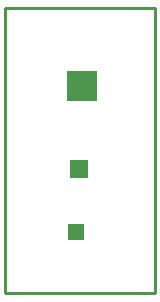
<source format=gko>
%FSAX24Y24*%
%MOIN*%
G70*
G01*
G75*
G04 Layer_Color=16711935*
%ADD10R,0.0591X0.0512*%
%ADD11R,0.0866X0.0787*%
%ADD12R,0.0354X0.0114*%
%ADD13R,0.0114X0.0354*%
%ADD14R,0.0394X0.0114*%
%ADD15R,0.0114X0.0394*%
%ADD16R,0.0512X0.0114*%
%ADD17R,0.0126X0.0512*%
%ADD18C,0.0200*%
%ADD19C,0.0080*%
%ADD20C,0.0100*%
%ADD21C,0.0591*%
%ADD22R,0.0591X0.0591*%
%ADD23C,0.0350*%
%ADD24R,0.0649X0.0649*%
%ADD25R,0.1032X0.1035*%
%ADD26R,0.0532X0.0524*%
D20*
X020500Y030500D02*
X025500D01*
Y040000D01*
X020500D02*
X025500D01*
X020500Y030500D02*
Y040000D01*
D24*
X022952Y034655D02*
D03*
D25*
X023058Y037409D02*
D03*
D26*
X022872Y032559D02*
D03*
M02*

</source>
